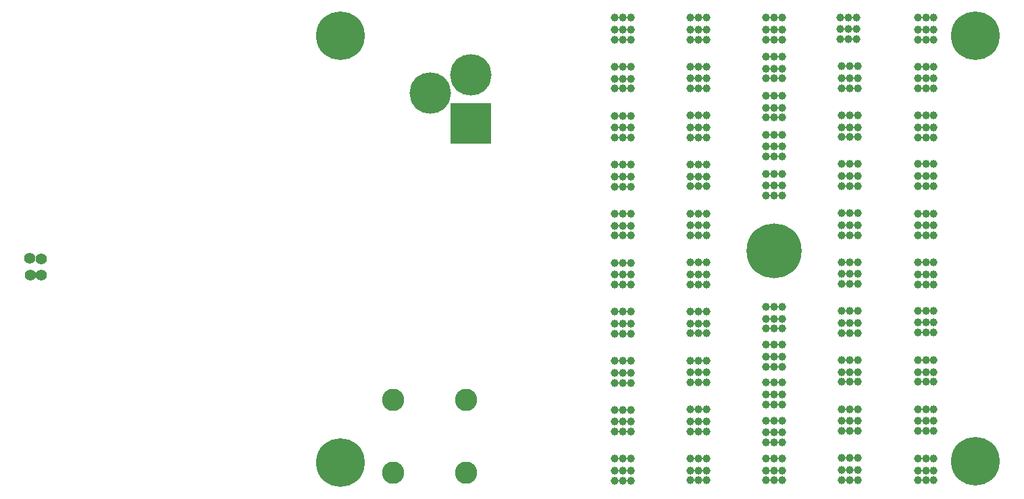
<source format=gbr>
G04 #@! TF.GenerationSoftware,KiCad,Pcbnew,no-vcs-found-01f5a12~58~ubuntu14.04.1*
G04 #@! TF.CreationDate,2017-05-04T16:20:22+02:00*
G04 #@! TF.ProjectId,leddy,6C656464792E6B696361645F70636200,rev?*
G04 #@! TF.FileFunction,Soldermask,Bot*
G04 #@! TF.FilePolarity,Negative*
%FSLAX46Y46*%
G04 Gerber Fmt 4.6, Leading zero omitted, Abs format (unit mm)*
G04 Created by KiCad (PCBNEW no-vcs-found-01f5a12~58~ubuntu14.04.1) date Thu May  4 16:20:22 2017*
%MOMM*%
%LPD*%
G01*
G04 APERTURE LIST*
%ADD10C,0.100000*%
%ADD11C,1.400000*%
%ADD12C,2.797760*%
%ADD13C,5.200000*%
%ADD14R,5.200000X5.200000*%
%ADD15C,6.900000*%
%ADD16C,1.000000*%
%ADD17C,6.100000*%
G04 APERTURE END LIST*
D10*
D11*
X88740000Y-81200000D03*
X90110000Y-81220000D03*
X90090000Y-79160000D03*
X88720000Y-79150000D03*
D12*
X134228000Y-96856000D03*
X143372000Y-106000000D03*
X134228000Y-106000000D03*
X143372000Y-96856000D03*
D13*
X144000000Y-56100000D03*
D14*
X144000000Y-62200000D03*
D13*
X138920000Y-58390000D03*
D15*
X182000000Y-78200000D03*
D16*
X162000000Y-55055555D03*
X164000000Y-55055555D03*
X163000000Y-55055555D03*
X162000000Y-57805555D03*
X162000000Y-56555555D03*
X164000000Y-57805555D03*
X164000000Y-56555555D03*
X163000000Y-56555555D03*
X163000000Y-57805555D03*
X200000000Y-48900000D03*
X202000000Y-48900000D03*
X201000000Y-48900000D03*
X200000000Y-51650000D03*
X200000000Y-50400000D03*
X202000000Y-51650000D03*
X202000000Y-50400000D03*
X201000000Y-50400000D03*
X201000000Y-51650000D03*
X190300000Y-48850000D03*
X192300000Y-48850000D03*
X191300000Y-48850000D03*
X190300000Y-51600000D03*
X190300000Y-50350000D03*
X192300000Y-51600000D03*
X192300000Y-50350000D03*
X191300000Y-50350000D03*
X191300000Y-51600000D03*
X181000000Y-48900000D03*
X183000000Y-48900000D03*
X182000000Y-48900000D03*
X181000000Y-51650000D03*
X181000000Y-50400000D03*
X183000000Y-51650000D03*
X183000000Y-50400000D03*
X182000000Y-50400000D03*
X182000000Y-51650000D03*
X171500000Y-48900000D03*
X173500000Y-48900000D03*
X172500000Y-48900000D03*
X171500000Y-51650000D03*
X171500000Y-50400000D03*
X173500000Y-51650000D03*
X173500000Y-50400000D03*
X172500000Y-50400000D03*
X172500000Y-51650000D03*
X162000000Y-48900000D03*
X164000000Y-48900000D03*
X163000000Y-48900000D03*
X162000000Y-51650000D03*
X162000000Y-50400000D03*
X164000000Y-51650000D03*
X164000000Y-50400000D03*
X163000000Y-50400000D03*
X163000000Y-51650000D03*
D17*
X207200000Y-51200000D03*
X207200000Y-104600000D03*
X127600000Y-104800000D03*
X127600000Y-51200000D03*
D16*
X181000000Y-58700000D03*
X183000000Y-58700000D03*
X182000000Y-58700000D03*
X181000000Y-61450000D03*
X181000000Y-60200000D03*
X183000000Y-61450000D03*
X183000000Y-60200000D03*
X182000000Y-60200000D03*
X182000000Y-61450000D03*
X200000000Y-91900000D03*
X202000000Y-91900000D03*
X201000000Y-91900000D03*
X200000000Y-94650000D03*
X200000000Y-93400000D03*
X202000000Y-94650000D03*
X202000000Y-93400000D03*
X201000000Y-93400000D03*
X201000000Y-94650000D03*
X200000000Y-79650000D03*
X202000000Y-79650000D03*
X201000000Y-79650000D03*
X200000000Y-82400000D03*
X200000000Y-81150000D03*
X202000000Y-82400000D03*
X202000000Y-81150000D03*
X201000000Y-81150000D03*
X201000000Y-82400000D03*
X200000000Y-73500000D03*
X202000000Y-73500000D03*
X201000000Y-73500000D03*
X200000000Y-76250000D03*
X200000000Y-75000000D03*
X202000000Y-76250000D03*
X202000000Y-75000000D03*
X201000000Y-75000000D03*
X201000000Y-76250000D03*
X200000000Y-67300000D03*
X202000000Y-67300000D03*
X201000000Y-67300000D03*
X200000000Y-70050000D03*
X200000000Y-68800000D03*
X202000000Y-70050000D03*
X202000000Y-68800000D03*
X201000000Y-68800000D03*
X201000000Y-70050000D03*
X200000000Y-61200000D03*
X202000000Y-61200000D03*
X201000000Y-61200000D03*
X200000000Y-63950000D03*
X200000000Y-62700000D03*
X202000000Y-63950000D03*
X202000000Y-62700000D03*
X201000000Y-62700000D03*
X201000000Y-63950000D03*
X200000000Y-55050000D03*
X202000000Y-55050000D03*
X201000000Y-55050000D03*
X200000000Y-57800000D03*
X200000000Y-56550000D03*
X202000000Y-57800000D03*
X202000000Y-56550000D03*
X201000000Y-56550000D03*
X201000000Y-57800000D03*
X190500000Y-104199982D03*
X192500000Y-104199982D03*
X191500000Y-104199982D03*
X190500000Y-106949982D03*
X190500000Y-105699982D03*
X192500000Y-106949982D03*
X192500000Y-105699982D03*
X191500000Y-105699982D03*
X191500000Y-106949982D03*
X190500000Y-98049984D03*
X192500000Y-98049984D03*
X191500000Y-98049984D03*
X190500000Y-100799984D03*
X190500000Y-99549984D03*
X192500000Y-100799984D03*
X192500000Y-99549984D03*
X191500000Y-99549984D03*
X191500000Y-100799984D03*
X190500000Y-91899986D03*
X192500000Y-91899986D03*
X191500000Y-91899986D03*
X190500000Y-94649986D03*
X190500000Y-93399986D03*
X192500000Y-94649986D03*
X192500000Y-93399986D03*
X191500000Y-93399986D03*
X191500000Y-94649986D03*
X190500000Y-85749988D03*
X192500000Y-85749988D03*
X191500000Y-85749988D03*
X190500000Y-88499988D03*
X190500000Y-87249988D03*
X192500000Y-88499988D03*
X192500000Y-87249988D03*
X191500000Y-87249988D03*
X191500000Y-88499988D03*
X190500000Y-73449992D03*
X192500000Y-73449992D03*
X191500000Y-73449992D03*
X190500000Y-76199992D03*
X190500000Y-74949992D03*
X192500000Y-76199992D03*
X192500000Y-74949992D03*
X191500000Y-74949992D03*
X191500000Y-76199992D03*
X190500000Y-67299994D03*
X192500000Y-67299994D03*
X191500000Y-67299994D03*
X190500000Y-70049994D03*
X190500000Y-68799994D03*
X192500000Y-70049994D03*
X192500000Y-68799994D03*
X191500000Y-68799994D03*
X191500000Y-70049994D03*
X190500000Y-61149996D03*
X192500000Y-61149996D03*
X191500000Y-61149996D03*
X190500000Y-63899996D03*
X190500000Y-62649996D03*
X192500000Y-63899996D03*
X192500000Y-62649996D03*
X191500000Y-62649996D03*
X191500000Y-63899996D03*
X190500000Y-54999998D03*
X192500000Y-54999998D03*
X191500000Y-54999998D03*
X190500000Y-57749998D03*
X190500000Y-56499998D03*
X192500000Y-57749998D03*
X192500000Y-56499998D03*
X191500000Y-56499998D03*
X191500000Y-57749998D03*
X181000000Y-104250000D03*
X183000000Y-104250000D03*
X182000000Y-104250000D03*
X181000000Y-107000000D03*
X181000000Y-105750000D03*
X183000000Y-107000000D03*
X183000000Y-105750000D03*
X182000000Y-105750000D03*
X182000000Y-107000000D03*
X181000000Y-99487500D03*
X183000000Y-99487500D03*
X182000000Y-99487500D03*
X181000000Y-102237500D03*
X181000000Y-100987500D03*
X183000000Y-102237500D03*
X183000000Y-100987500D03*
X182000000Y-100987500D03*
X182000000Y-102237500D03*
X181000000Y-94725000D03*
X183000000Y-94725000D03*
X182000000Y-94725000D03*
X181000000Y-97475000D03*
X181000000Y-96225000D03*
X183000000Y-97475000D03*
X183000000Y-96225000D03*
X182000000Y-96225000D03*
X182000000Y-97475000D03*
X181000000Y-89962500D03*
X183000000Y-89962500D03*
X182000000Y-89962500D03*
X181000000Y-92712500D03*
X181000000Y-91462500D03*
X183000000Y-92712500D03*
X183000000Y-91462500D03*
X182000000Y-91462500D03*
X182000000Y-92712500D03*
X181000000Y-85200000D03*
X183000000Y-85200000D03*
X182000000Y-85200000D03*
X181000000Y-87950000D03*
X181000000Y-86700000D03*
X183000000Y-87950000D03*
X183000000Y-86700000D03*
X182000000Y-86700000D03*
X182000000Y-87950000D03*
X181000000Y-68500000D03*
X183000000Y-68500000D03*
X182000000Y-68500000D03*
X181000000Y-71250000D03*
X181000000Y-70000000D03*
X183000000Y-71250000D03*
X183000000Y-70000000D03*
X182000000Y-70000000D03*
X182000000Y-71250000D03*
X190500000Y-79599990D03*
X192500000Y-79599990D03*
X191500000Y-79599990D03*
X190500000Y-82349990D03*
X190500000Y-81099990D03*
X192500000Y-82349990D03*
X192500000Y-81099990D03*
X191500000Y-81099990D03*
X191500000Y-82349990D03*
X200000000Y-85700000D03*
X202000000Y-85700000D03*
X201000000Y-85700000D03*
X200000000Y-88450000D03*
X200000000Y-87200000D03*
X202000000Y-88450000D03*
X202000000Y-87200000D03*
X201000000Y-87200000D03*
X201000000Y-88450000D03*
X181000000Y-53800000D03*
X183000000Y-53800000D03*
X182000000Y-53800000D03*
X181000000Y-56550000D03*
X181000000Y-55300000D03*
X183000000Y-56550000D03*
X183000000Y-55300000D03*
X182000000Y-55300000D03*
X182000000Y-56550000D03*
X171500000Y-104250000D03*
X173500000Y-104250000D03*
X172500000Y-104250000D03*
X171500000Y-107000000D03*
X171500000Y-105750000D03*
X173500000Y-107000000D03*
X173500000Y-105750000D03*
X172500000Y-105750000D03*
X172500000Y-107000000D03*
X171500000Y-98100000D03*
X173500000Y-98100000D03*
X172500000Y-98100000D03*
X171500000Y-100850000D03*
X171500000Y-99600000D03*
X173500000Y-100850000D03*
X173500000Y-99600000D03*
X172500000Y-99600000D03*
X172500000Y-100850000D03*
X171500000Y-91950000D03*
X173500000Y-91950000D03*
X172500000Y-91950000D03*
X171500000Y-94700000D03*
X171500000Y-93450000D03*
X173500000Y-94700000D03*
X173500000Y-93450000D03*
X172500000Y-93450000D03*
X172500000Y-94700000D03*
X171500000Y-85800000D03*
X173500000Y-85800000D03*
X172500000Y-85800000D03*
X171500000Y-88550000D03*
X171500000Y-87300000D03*
X173500000Y-88550000D03*
X173500000Y-87300000D03*
X172500000Y-87300000D03*
X172500000Y-88550000D03*
X171500000Y-79650000D03*
X173500000Y-79650000D03*
X172500000Y-79650000D03*
X171500000Y-82400000D03*
X171500000Y-81150000D03*
X173500000Y-82400000D03*
X173500000Y-81150000D03*
X172500000Y-81150000D03*
X172500000Y-82400000D03*
X171500000Y-73500000D03*
X173500000Y-73500000D03*
X172500000Y-73500000D03*
X171500000Y-76250000D03*
X171500000Y-75000000D03*
X173500000Y-76250000D03*
X173500000Y-75000000D03*
X172500000Y-75000000D03*
X172500000Y-76250000D03*
X171500000Y-67350000D03*
X173500000Y-67350000D03*
X172500000Y-67350000D03*
X171500000Y-70100000D03*
X171500000Y-68850000D03*
X173500000Y-70100000D03*
X173500000Y-68850000D03*
X172500000Y-68850000D03*
X172500000Y-70100000D03*
X171500000Y-61200000D03*
X173500000Y-61200000D03*
X172500000Y-61200000D03*
X171500000Y-63950000D03*
X171500000Y-62700000D03*
X173500000Y-63950000D03*
X173500000Y-62700000D03*
X172500000Y-62700000D03*
X172500000Y-63950000D03*
X171500000Y-55050000D03*
X173500000Y-55050000D03*
X172500000Y-55050000D03*
X171500000Y-57800000D03*
X171500000Y-56550000D03*
X173500000Y-57800000D03*
X173500000Y-56550000D03*
X172500000Y-56550000D03*
X172500000Y-57800000D03*
X181000000Y-63600000D03*
X183000000Y-63600000D03*
X182000000Y-63600000D03*
X181000000Y-66350000D03*
X181000000Y-65100000D03*
X183000000Y-66350000D03*
X183000000Y-65100000D03*
X182000000Y-65100000D03*
X182000000Y-66350000D03*
X200000000Y-98050000D03*
X202000000Y-98050000D03*
X201000000Y-98050000D03*
X200000000Y-100800000D03*
X200000000Y-99550000D03*
X202000000Y-100800000D03*
X202000000Y-99550000D03*
X201000000Y-99550000D03*
X201000000Y-100800000D03*
X200000000Y-104250000D03*
X202000000Y-104250000D03*
X201000000Y-104250000D03*
X200000000Y-107000000D03*
X200000000Y-105750000D03*
X202000000Y-107000000D03*
X202000000Y-105750000D03*
X201000000Y-105750000D03*
X201000000Y-107000000D03*
X162000000Y-104299995D03*
X164000000Y-104299995D03*
X163000000Y-104299995D03*
X162000000Y-107049995D03*
X162000000Y-105799995D03*
X164000000Y-107049995D03*
X164000000Y-105799995D03*
X163000000Y-105799995D03*
X163000000Y-107049995D03*
X162000000Y-98144440D03*
X164000000Y-98144440D03*
X163000000Y-98144440D03*
X162000000Y-100894440D03*
X162000000Y-99644440D03*
X164000000Y-100894440D03*
X164000000Y-99644440D03*
X163000000Y-99644440D03*
X163000000Y-100894440D03*
X162000000Y-91988885D03*
X164000000Y-91988885D03*
X163000000Y-91988885D03*
X162000000Y-94738885D03*
X162000000Y-93488885D03*
X164000000Y-94738885D03*
X164000000Y-93488885D03*
X163000000Y-93488885D03*
X163000000Y-94738885D03*
X162000000Y-85833330D03*
X164000000Y-85833330D03*
X163000000Y-85833330D03*
X162000000Y-88583330D03*
X162000000Y-87333330D03*
X164000000Y-88583330D03*
X164000000Y-87333330D03*
X163000000Y-87333330D03*
X163000000Y-88583330D03*
X162000000Y-79677775D03*
X164000000Y-79677775D03*
X163000000Y-79677775D03*
X162000000Y-82427775D03*
X162000000Y-81177775D03*
X164000000Y-82427775D03*
X164000000Y-81177775D03*
X163000000Y-81177775D03*
X163000000Y-82427775D03*
X162000000Y-73522220D03*
X164000000Y-73522220D03*
X163000000Y-73522220D03*
X162000000Y-76272220D03*
X162000000Y-75022220D03*
X164000000Y-76272220D03*
X164000000Y-75022220D03*
X163000000Y-75022220D03*
X163000000Y-76272220D03*
X162000000Y-67366665D03*
X164000000Y-67366665D03*
X163000000Y-67366665D03*
X162000000Y-70116665D03*
X162000000Y-68866665D03*
X164000000Y-70116665D03*
X164000000Y-68866665D03*
X163000000Y-68866665D03*
X163000000Y-70116665D03*
X162000000Y-61211110D03*
X164000000Y-61211110D03*
X163000000Y-61211110D03*
X162000000Y-63961110D03*
X162000000Y-62711110D03*
X164000000Y-63961110D03*
X164000000Y-62711110D03*
X163000000Y-62711110D03*
X163000000Y-63961110D03*
M02*

</source>
